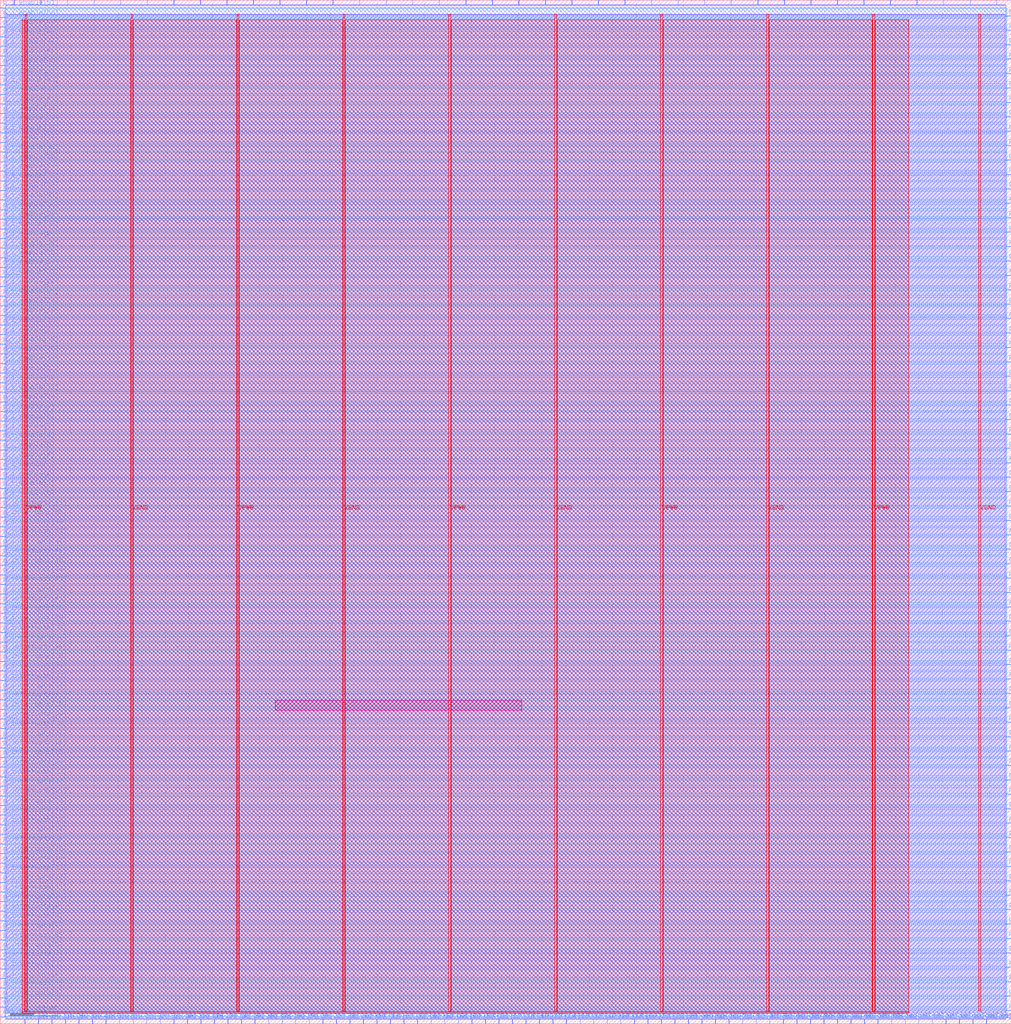
<source format=lef>
VERSION 5.7 ;
  NOWIREEXTENSIONATPIN ON ;
  DIVIDERCHAR "/" ;
  BUSBITCHARS "[]" ;
MACRO peripheral_unit
  CLASS BLOCK ;
  FOREIGN peripheral_unit ;
  ORIGIN 0.000 0.000 ;
  SIZE 858.455 BY 869.175 ;
  PIN VGND
    USE GROUND ;
    PORT
      LAYER met4 ;
        RECT 831.040 10.640 832.640 857.040 ;
    END
    PORT
      LAYER met4 ;
        RECT 651.040 10.640 652.640 857.040 ;
    END
    PORT
      LAYER met4 ;
        RECT 471.040 10.640 472.640 857.040 ;
    END
    PORT
      LAYER met4 ;
        RECT 291.040 10.640 292.640 857.040 ;
    END
    PORT
      LAYER met4 ;
        RECT 111.040 10.640 112.640 857.040 ;
    END
  END VGND
  PIN VPWR
    USE POWER ;
    PORT
      LAYER met4 ;
        RECT 741.040 10.640 742.640 857.040 ;
    END
    PORT
      LAYER met4 ;
        RECT 561.040 10.640 562.640 857.040 ;
    END
    PORT
      LAYER met4 ;
        RECT 381.040 10.640 382.640 857.040 ;
    END
    PORT
      LAYER met4 ;
        RECT 201.040 10.640 202.640 857.040 ;
    END
    PORT
      LAYER met4 ;
        RECT 21.040 10.640 22.640 857.040 ;
    END
  END VPWR
  PIN clk
    PORT
      LAYER met2 ;
        RECT 12.050 865.175 12.330 869.175 ;
    END
  END clk
  PIN io_in[0]
    PORT
      LAYER met2 ;
        RECT 20.790 0.000 21.070 4.000 ;
    END
  END io_in[0]
  PIN io_in[10]
    PORT
      LAYER met2 ;
        RECT 135.790 0.000 136.070 4.000 ;
    END
  END io_in[10]
  PIN io_in[11]
    PORT
      LAYER met2 ;
        RECT 147.290 0.000 147.570 4.000 ;
    END
  END io_in[11]
  PIN io_in[12]
    PORT
      LAYER met2 ;
        RECT 158.790 0.000 159.070 4.000 ;
    END
  END io_in[12]
  PIN io_in[13]
    PORT
      LAYER met2 ;
        RECT 170.290 0.000 170.570 4.000 ;
    END
  END io_in[13]
  PIN io_in[14]
    PORT
      LAYER met2 ;
        RECT 181.790 0.000 182.070 4.000 ;
    END
  END io_in[14]
  PIN io_in[15]
    PORT
      LAYER met2 ;
        RECT 193.290 0.000 193.570 4.000 ;
    END
  END io_in[15]
  PIN io_in[16]
    PORT
      LAYER met2 ;
        RECT 204.790 0.000 205.070 4.000 ;
    END
  END io_in[16]
  PIN io_in[17]
    PORT
      LAYER met2 ;
        RECT 216.290 0.000 216.570 4.000 ;
    END
  END io_in[17]
  PIN io_in[18]
    PORT
      LAYER met2 ;
        RECT 227.790 0.000 228.070 4.000 ;
    END
  END io_in[18]
  PIN io_in[19]
    PORT
      LAYER met2 ;
        RECT 239.290 0.000 239.570 4.000 ;
    END
  END io_in[19]
  PIN io_in[1]
    PORT
      LAYER met2 ;
        RECT 32.290 0.000 32.570 4.000 ;
    END
  END io_in[1]
  PIN io_in[20]
    PORT
      LAYER met2 ;
        RECT 250.790 0.000 251.070 4.000 ;
    END
  END io_in[20]
  PIN io_in[21]
    PORT
      LAYER met2 ;
        RECT 262.290 0.000 262.570 4.000 ;
    END
  END io_in[21]
  PIN io_in[22]
    PORT
      LAYER met2 ;
        RECT 273.790 0.000 274.070 4.000 ;
    END
  END io_in[22]
  PIN io_in[23]
    PORT
      LAYER met2 ;
        RECT 285.290 0.000 285.570 4.000 ;
    END
  END io_in[23]
  PIN io_in[2]
    PORT
      LAYER met2 ;
        RECT 43.790 0.000 44.070 4.000 ;
    END
  END io_in[2]
  PIN io_in[3]
    PORT
      LAYER met2 ;
        RECT 55.290 0.000 55.570 4.000 ;
    END
  END io_in[3]
  PIN io_in[4]
    PORT
      LAYER met2 ;
        RECT 66.790 0.000 67.070 4.000 ;
    END
  END io_in[4]
  PIN io_in[5]
    PORT
      LAYER met2 ;
        RECT 78.290 0.000 78.570 4.000 ;
    END
  END io_in[5]
  PIN io_in[6]
    PORT
      LAYER met2 ;
        RECT 89.790 0.000 90.070 4.000 ;
    END
  END io_in[6]
  PIN io_in[7]
    PORT
      LAYER met2 ;
        RECT 101.290 0.000 101.570 4.000 ;
    END
  END io_in[7]
  PIN io_in[8]
    PORT
      LAYER met2 ;
        RECT 112.790 0.000 113.070 4.000 ;
    END
  END io_in[8]
  PIN io_in[9]
    PORT
      LAYER met2 ;
        RECT 124.290 0.000 124.570 4.000 ;
    END
  END io_in[9]
  PIN io_oeb_no[0]
    PORT
      LAYER met2 ;
        RECT 572.790 0.000 573.070 4.000 ;
    END
  END io_oeb_no[0]
  PIN io_oeb_no[10]
    PORT
      LAYER met2 ;
        RECT 687.790 0.000 688.070 4.000 ;
    END
  END io_oeb_no[10]
  PIN io_oeb_no[11]
    PORT
      LAYER met2 ;
        RECT 699.290 0.000 699.570 4.000 ;
    END
  END io_oeb_no[11]
  PIN io_oeb_no[12]
    PORT
      LAYER met2 ;
        RECT 710.790 0.000 711.070 4.000 ;
    END
  END io_oeb_no[12]
  PIN io_oeb_no[13]
    PORT
      LAYER met2 ;
        RECT 722.290 0.000 722.570 4.000 ;
    END
  END io_oeb_no[13]
  PIN io_oeb_no[14]
    PORT
      LAYER met2 ;
        RECT 733.790 0.000 734.070 4.000 ;
    END
  END io_oeb_no[14]
  PIN io_oeb_no[15]
    PORT
      LAYER met2 ;
        RECT 745.290 0.000 745.570 4.000 ;
    END
  END io_oeb_no[15]
  PIN io_oeb_no[16]
    PORT
      LAYER met2 ;
        RECT 756.790 0.000 757.070 4.000 ;
    END
  END io_oeb_no[16]
  PIN io_oeb_no[17]
    PORT
      LAYER met2 ;
        RECT 768.290 0.000 768.570 4.000 ;
    END
  END io_oeb_no[17]
  PIN io_oeb_no[18]
    PORT
      LAYER met2 ;
        RECT 779.790 0.000 780.070 4.000 ;
    END
  END io_oeb_no[18]
  PIN io_oeb_no[19]
    PORT
      LAYER met2 ;
        RECT 791.290 0.000 791.570 4.000 ;
    END
  END io_oeb_no[19]
  PIN io_oeb_no[1]
    PORT
      LAYER met2 ;
        RECT 584.290 0.000 584.570 4.000 ;
    END
  END io_oeb_no[1]
  PIN io_oeb_no[20]
    PORT
      LAYER met2 ;
        RECT 802.790 0.000 803.070 4.000 ;
    END
  END io_oeb_no[20]
  PIN io_oeb_no[21]
    PORT
      LAYER met2 ;
        RECT 814.290 0.000 814.570 4.000 ;
    END
  END io_oeb_no[21]
  PIN io_oeb_no[22]
    PORT
      LAYER met2 ;
        RECT 825.790 0.000 826.070 4.000 ;
    END
  END io_oeb_no[22]
  PIN io_oeb_no[23]
    PORT
      LAYER met2 ;
        RECT 837.290 0.000 837.570 4.000 ;
    END
  END io_oeb_no[23]
  PIN io_oeb_no[2]
    PORT
      LAYER met2 ;
        RECT 595.790 0.000 596.070 4.000 ;
    END
  END io_oeb_no[2]
  PIN io_oeb_no[3]
    PORT
      LAYER met2 ;
        RECT 607.290 0.000 607.570 4.000 ;
    END
  END io_oeb_no[3]
  PIN io_oeb_no[4]
    PORT
      LAYER met2 ;
        RECT 618.790 0.000 619.070 4.000 ;
    END
  END io_oeb_no[4]
  PIN io_oeb_no[5]
    PORT
      LAYER met2 ;
        RECT 630.290 0.000 630.570 4.000 ;
    END
  END io_oeb_no[5]
  PIN io_oeb_no[6]
    PORT
      LAYER met2 ;
        RECT 641.790 0.000 642.070 4.000 ;
    END
  END io_oeb_no[6]
  PIN io_oeb_no[7]
    PORT
      LAYER met2 ;
        RECT 653.290 0.000 653.570 4.000 ;
    END
  END io_oeb_no[7]
  PIN io_oeb_no[8]
    PORT
      LAYER met2 ;
        RECT 664.790 0.000 665.070 4.000 ;
    END
  END io_oeb_no[8]
  PIN io_oeb_no[9]
    PORT
      LAYER met2 ;
        RECT 676.290 0.000 676.570 4.000 ;
    END
  END io_oeb_no[9]
  PIN io_out[0]
    PORT
      LAYER met2 ;
        RECT 296.790 0.000 297.070 4.000 ;
    END
  END io_out[0]
  PIN io_out[10]
    PORT
      LAYER met2 ;
        RECT 411.790 0.000 412.070 4.000 ;
    END
  END io_out[10]
  PIN io_out[11]
    PORT
      LAYER met2 ;
        RECT 423.290 0.000 423.570 4.000 ;
    END
  END io_out[11]
  PIN io_out[12]
    PORT
      LAYER met2 ;
        RECT 434.790 0.000 435.070 4.000 ;
    END
  END io_out[12]
  PIN io_out[13]
    PORT
      LAYER met2 ;
        RECT 446.290 0.000 446.570 4.000 ;
    END
  END io_out[13]
  PIN io_out[14]
    PORT
      LAYER met2 ;
        RECT 457.790 0.000 458.070 4.000 ;
    END
  END io_out[14]
  PIN io_out[15]
    PORT
      LAYER met2 ;
        RECT 469.290 0.000 469.570 4.000 ;
    END
  END io_out[15]
  PIN io_out[16]
    PORT
      LAYER met2 ;
        RECT 480.790 0.000 481.070 4.000 ;
    END
  END io_out[16]
  PIN io_out[17]
    PORT
      LAYER met2 ;
        RECT 492.290 0.000 492.570 4.000 ;
    END
  END io_out[17]
  PIN io_out[18]
    PORT
      LAYER met2 ;
        RECT 503.790 0.000 504.070 4.000 ;
    END
  END io_out[18]
  PIN io_out[19]
    PORT
      LAYER met2 ;
        RECT 515.290 0.000 515.570 4.000 ;
    END
  END io_out[19]
  PIN io_out[1]
    PORT
      LAYER met2 ;
        RECT 308.290 0.000 308.570 4.000 ;
    END
  END io_out[1]
  PIN io_out[20]
    PORT
      LAYER met2 ;
        RECT 526.790 0.000 527.070 4.000 ;
    END
  END io_out[20]
  PIN io_out[21]
    PORT
      LAYER met2 ;
        RECT 538.290 0.000 538.570 4.000 ;
    END
  END io_out[21]
  PIN io_out[22]
    PORT
      LAYER met2 ;
        RECT 549.790 0.000 550.070 4.000 ;
    END
  END io_out[22]
  PIN io_out[23]
    PORT
      LAYER met2 ;
        RECT 561.290 0.000 561.570 4.000 ;
    END
  END io_out[23]
  PIN io_out[2]
    PORT
      LAYER met2 ;
        RECT 319.790 0.000 320.070 4.000 ;
    END
  END io_out[2]
  PIN io_out[3]
    PORT
      LAYER met2 ;
        RECT 331.290 0.000 331.570 4.000 ;
    END
  END io_out[3]
  PIN io_out[4]
    PORT
      LAYER met2 ;
        RECT 342.790 0.000 343.070 4.000 ;
    END
  END io_out[4]
  PIN io_out[5]
    PORT
      LAYER met2 ;
        RECT 354.290 0.000 354.570 4.000 ;
    END
  END io_out[5]
  PIN io_out[6]
    PORT
      LAYER met2 ;
        RECT 365.790 0.000 366.070 4.000 ;
    END
  END io_out[6]
  PIN io_out[7]
    PORT
      LAYER met2 ;
        RECT 377.290 0.000 377.570 4.000 ;
    END
  END io_out[7]
  PIN io_out[8]
    PORT
      LAYER met2 ;
        RECT 388.790 0.000 389.070 4.000 ;
    END
  END io_out[8]
  PIN io_out[9]
    PORT
      LAYER met2 ;
        RECT 400.290 0.000 400.570 4.000 ;
    END
  END io_out[9]
  PIN me_i_en
    PORT
      LAYER met3 ;
        RECT 0.000 13.640 4.000 14.240 ;
    END
  END me_i_en
  PIN mem_access_err
    PORT
      LAYER met2 ;
        RECT 57.130 865.175 57.410 869.175 ;
    END
  END mem_access_err
  PIN mem_err_int
    PORT
      LAYER met3 ;
        RECT 0.000 5.480 4.000 6.080 ;
    END
  END mem_err_int
  PIN p_i_enable[0]
    PORT
      LAYER met3 ;
        RECT 0.000 446.120 4.000 446.720 ;
    END
  END p_i_enable[0]
  PIN p_i_enable[10]
    PORT
      LAYER met3 ;
        RECT 0.000 527.720 4.000 528.320 ;
    END
  END p_i_enable[10]
  PIN p_i_enable[11]
    PORT
      LAYER met3 ;
        RECT 0.000 535.880 4.000 536.480 ;
    END
  END p_i_enable[11]
  PIN p_i_enable[12]
    PORT
      LAYER met3 ;
        RECT 0.000 544.040 4.000 544.640 ;
    END
  END p_i_enable[12]
  PIN p_i_enable[13]
    PORT
      LAYER met3 ;
        RECT 0.000 552.200 4.000 552.800 ;
    END
  END p_i_enable[13]
  PIN p_i_enable[14]
    PORT
      LAYER met3 ;
        RECT 0.000 560.360 4.000 560.960 ;
    END
  END p_i_enable[14]
  PIN p_i_enable[15]
    PORT
      LAYER met3 ;
        RECT 0.000 568.520 4.000 569.120 ;
    END
  END p_i_enable[15]
  PIN p_i_enable[16]
    PORT
      LAYER met3 ;
        RECT 0.000 576.680 4.000 577.280 ;
    END
  END p_i_enable[16]
  PIN p_i_enable[17]
    PORT
      LAYER met3 ;
        RECT 0.000 584.840 4.000 585.440 ;
    END
  END p_i_enable[17]
  PIN p_i_enable[18]
    PORT
      LAYER met3 ;
        RECT 0.000 593.000 4.000 593.600 ;
    END
  END p_i_enable[18]
  PIN p_i_enable[19]
    PORT
      LAYER met3 ;
        RECT 0.000 601.160 4.000 601.760 ;
    END
  END p_i_enable[19]
  PIN p_i_enable[1]
    PORT
      LAYER met3 ;
        RECT 0.000 454.280 4.000 454.880 ;
    END
  END p_i_enable[1]
  PIN p_i_enable[20]
    PORT
      LAYER met3 ;
        RECT 0.000 609.320 4.000 609.920 ;
    END
  END p_i_enable[20]
  PIN p_i_enable[21]
    PORT
      LAYER met3 ;
        RECT 0.000 617.480 4.000 618.080 ;
    END
  END p_i_enable[21]
  PIN p_i_enable[22]
    PORT
      LAYER met3 ;
        RECT 0.000 625.640 4.000 626.240 ;
    END
  END p_i_enable[22]
  PIN p_i_enable[23]
    PORT
      LAYER met3 ;
        RECT 0.000 633.800 4.000 634.400 ;
    END
  END p_i_enable[23]
  PIN p_i_enable[24]
    PORT
      LAYER met3 ;
        RECT 0.000 641.960 4.000 642.560 ;
    END
  END p_i_enable[24]
  PIN p_i_enable[25]
    PORT
      LAYER met3 ;
        RECT 0.000 650.120 4.000 650.720 ;
    END
  END p_i_enable[25]
  PIN p_i_enable[26]
    PORT
      LAYER met3 ;
        RECT 0.000 658.280 4.000 658.880 ;
    END
  END p_i_enable[26]
  PIN p_i_enable[27]
    PORT
      LAYER met3 ;
        RECT 0.000 666.440 4.000 667.040 ;
    END
  END p_i_enable[27]
  PIN p_i_enable[28]
    PORT
      LAYER met3 ;
        RECT 0.000 674.600 4.000 675.200 ;
    END
  END p_i_enable[28]
  PIN p_i_enable[29]
    PORT
      LAYER met3 ;
        RECT 0.000 682.760 4.000 683.360 ;
    END
  END p_i_enable[29]
  PIN p_i_enable[2]
    PORT
      LAYER met3 ;
        RECT 0.000 462.440 4.000 463.040 ;
    END
  END p_i_enable[2]
  PIN p_i_enable[30]
    PORT
      LAYER met3 ;
        RECT 0.000 690.920 4.000 691.520 ;
    END
  END p_i_enable[30]
  PIN p_i_enable[31]
    PORT
      LAYER met3 ;
        RECT 0.000 699.080 4.000 699.680 ;
    END
  END p_i_enable[31]
  PIN p_i_enable[32]
    PORT
      LAYER met3 ;
        RECT 0.000 707.240 4.000 707.840 ;
    END
  END p_i_enable[32]
  PIN p_i_enable[33]
    PORT
      LAYER met3 ;
        RECT 0.000 715.400 4.000 716.000 ;
    END
  END p_i_enable[33]
  PIN p_i_enable[34]
    PORT
      LAYER met3 ;
        RECT 0.000 723.560 4.000 724.160 ;
    END
  END p_i_enable[34]
  PIN p_i_enable[35]
    PORT
      LAYER met3 ;
        RECT 0.000 731.720 4.000 732.320 ;
    END
  END p_i_enable[35]
  PIN p_i_enable[36]
    PORT
      LAYER met3 ;
        RECT 0.000 739.880 4.000 740.480 ;
    END
  END p_i_enable[36]
  PIN p_i_enable[37]
    PORT
      LAYER met3 ;
        RECT 0.000 748.040 4.000 748.640 ;
    END
  END p_i_enable[37]
  PIN p_i_enable[38]
    PORT
      LAYER met3 ;
        RECT 0.000 756.200 4.000 756.800 ;
    END
  END p_i_enable[38]
  PIN p_i_enable[39]
    PORT
      LAYER met3 ;
        RECT 0.000 764.360 4.000 764.960 ;
    END
  END p_i_enable[39]
  PIN p_i_enable[3]
    PORT
      LAYER met3 ;
        RECT 0.000 470.600 4.000 471.200 ;
    END
  END p_i_enable[3]
  PIN p_i_enable[40]
    PORT
      LAYER met3 ;
        RECT 0.000 772.520 4.000 773.120 ;
    END
  END p_i_enable[40]
  PIN p_i_enable[41]
    PORT
      LAYER met3 ;
        RECT 0.000 780.680 4.000 781.280 ;
    END
  END p_i_enable[41]
  PIN p_i_enable[42]
    PORT
      LAYER met3 ;
        RECT 0.000 788.840 4.000 789.440 ;
    END
  END p_i_enable[42]
  PIN p_i_enable[43]
    PORT
      LAYER met3 ;
        RECT 0.000 797.000 4.000 797.600 ;
    END
  END p_i_enable[43]
  PIN p_i_enable[44]
    PORT
      LAYER met3 ;
        RECT 0.000 805.160 4.000 805.760 ;
    END
  END p_i_enable[44]
  PIN p_i_enable[45]
    PORT
      LAYER met3 ;
        RECT 0.000 813.320 4.000 813.920 ;
    END
  END p_i_enable[45]
  PIN p_i_enable[46]
    PORT
      LAYER met3 ;
        RECT 0.000 821.480 4.000 822.080 ;
    END
  END p_i_enable[46]
  PIN p_i_enable[47]
    PORT
      LAYER met3 ;
        RECT 0.000 829.640 4.000 830.240 ;
    END
  END p_i_enable[47]
  PIN p_i_enable[48]
    PORT
      LAYER met3 ;
        RECT 0.000 837.800 4.000 838.400 ;
    END
  END p_i_enable[48]
  PIN p_i_enable[49]
    PORT
      LAYER met3 ;
        RECT 0.000 845.960 4.000 846.560 ;
    END
  END p_i_enable[49]
  PIN p_i_enable[4]
    PORT
      LAYER met3 ;
        RECT 0.000 478.760 4.000 479.360 ;
    END
  END p_i_enable[4]
  PIN p_i_enable[50]
    PORT
      LAYER met3 ;
        RECT 0.000 854.120 4.000 854.720 ;
    END
  END p_i_enable[50]
  PIN p_i_enable[51]
    PORT
      LAYER met3 ;
        RECT 0.000 862.280 4.000 862.880 ;
    END
  END p_i_enable[51]
  PIN p_i_enable[5]
    PORT
      LAYER met3 ;
        RECT 0.000 486.920 4.000 487.520 ;
    END
  END p_i_enable[5]
  PIN p_i_enable[6]
    PORT
      LAYER met3 ;
        RECT 0.000 495.080 4.000 495.680 ;
    END
  END p_i_enable[6]
  PIN p_i_enable[7]
    PORT
      LAYER met3 ;
        RECT 0.000 503.240 4.000 503.840 ;
    END
  END p_i_enable[7]
  PIN p_i_enable[8]
    PORT
      LAYER met3 ;
        RECT 0.000 511.400 4.000 512.000 ;
    END
  END p_i_enable[8]
  PIN p_i_enable[9]
    PORT
      LAYER met3 ;
        RECT 0.000 519.560 4.000 520.160 ;
    END
  END p_i_enable[9]
  PIN p_interrupts[0]
    PORT
      LAYER met3 ;
        RECT 0.000 21.800 4.000 22.400 ;
    END
  END p_interrupts[0]
  PIN p_interrupts[10]
    PORT
      LAYER met3 ;
        RECT 0.000 103.400 4.000 104.000 ;
    END
  END p_interrupts[10]
  PIN p_interrupts[11]
    PORT
      LAYER met3 ;
        RECT 0.000 111.560 4.000 112.160 ;
    END
  END p_interrupts[11]
  PIN p_interrupts[12]
    PORT
      LAYER met3 ;
        RECT 0.000 119.720 4.000 120.320 ;
    END
  END p_interrupts[12]
  PIN p_interrupts[13]
    PORT
      LAYER met3 ;
        RECT 0.000 127.880 4.000 128.480 ;
    END
  END p_interrupts[13]
  PIN p_interrupts[14]
    PORT
      LAYER met3 ;
        RECT 0.000 136.040 4.000 136.640 ;
    END
  END p_interrupts[14]
  PIN p_interrupts[15]
    PORT
      LAYER met3 ;
        RECT 0.000 144.200 4.000 144.800 ;
    END
  END p_interrupts[15]
  PIN p_interrupts[16]
    PORT
      LAYER met3 ;
        RECT 0.000 152.360 4.000 152.960 ;
    END
  END p_interrupts[16]
  PIN p_interrupts[17]
    PORT
      LAYER met3 ;
        RECT 0.000 160.520 4.000 161.120 ;
    END
  END p_interrupts[17]
  PIN p_interrupts[18]
    PORT
      LAYER met3 ;
        RECT 0.000 168.680 4.000 169.280 ;
    END
  END p_interrupts[18]
  PIN p_interrupts[19]
    PORT
      LAYER met3 ;
        RECT 0.000 176.840 4.000 177.440 ;
    END
  END p_interrupts[19]
  PIN p_interrupts[1]
    PORT
      LAYER met3 ;
        RECT 0.000 29.960 4.000 30.560 ;
    END
  END p_interrupts[1]
  PIN p_interrupts[20]
    PORT
      LAYER met3 ;
        RECT 0.000 185.000 4.000 185.600 ;
    END
  END p_interrupts[20]
  PIN p_interrupts[21]
    PORT
      LAYER met3 ;
        RECT 0.000 193.160 4.000 193.760 ;
    END
  END p_interrupts[21]
  PIN p_interrupts[22]
    PORT
      LAYER met3 ;
        RECT 0.000 201.320 4.000 201.920 ;
    END
  END p_interrupts[22]
  PIN p_interrupts[23]
    PORT
      LAYER met3 ;
        RECT 0.000 209.480 4.000 210.080 ;
    END
  END p_interrupts[23]
  PIN p_interrupts[24]
    PORT
      LAYER met3 ;
        RECT 0.000 217.640 4.000 218.240 ;
    END
  END p_interrupts[24]
  PIN p_interrupts[25]
    PORT
      LAYER met3 ;
        RECT 0.000 225.800 4.000 226.400 ;
    END
  END p_interrupts[25]
  PIN p_interrupts[26]
    PORT
      LAYER met3 ;
        RECT 0.000 233.960 4.000 234.560 ;
    END
  END p_interrupts[26]
  PIN p_interrupts[27]
    PORT
      LAYER met3 ;
        RECT 0.000 242.120 4.000 242.720 ;
    END
  END p_interrupts[27]
  PIN p_interrupts[28]
    PORT
      LAYER met3 ;
        RECT 0.000 250.280 4.000 250.880 ;
    END
  END p_interrupts[28]
  PIN p_interrupts[29]
    PORT
      LAYER met3 ;
        RECT 0.000 258.440 4.000 259.040 ;
    END
  END p_interrupts[29]
  PIN p_interrupts[2]
    PORT
      LAYER met3 ;
        RECT 0.000 38.120 4.000 38.720 ;
    END
  END p_interrupts[2]
  PIN p_interrupts[30]
    PORT
      LAYER met3 ;
        RECT 0.000 266.600 4.000 267.200 ;
    END
  END p_interrupts[30]
  PIN p_interrupts[31]
    PORT
      LAYER met3 ;
        RECT 0.000 274.760 4.000 275.360 ;
    END
  END p_interrupts[31]
  PIN p_interrupts[32]
    PORT
      LAYER met3 ;
        RECT 0.000 282.920 4.000 283.520 ;
    END
  END p_interrupts[32]
  PIN p_interrupts[33]
    PORT
      LAYER met3 ;
        RECT 0.000 291.080 4.000 291.680 ;
    END
  END p_interrupts[33]
  PIN p_interrupts[34]
    PORT
      LAYER met3 ;
        RECT 0.000 299.240 4.000 299.840 ;
    END
  END p_interrupts[34]
  PIN p_interrupts[35]
    PORT
      LAYER met3 ;
        RECT 0.000 307.400 4.000 308.000 ;
    END
  END p_interrupts[35]
  PIN p_interrupts[36]
    PORT
      LAYER met3 ;
        RECT 0.000 315.560 4.000 316.160 ;
    END
  END p_interrupts[36]
  PIN p_interrupts[37]
    PORT
      LAYER met3 ;
        RECT 0.000 323.720 4.000 324.320 ;
    END
  END p_interrupts[37]
  PIN p_interrupts[38]
    PORT
      LAYER met3 ;
        RECT 0.000 331.880 4.000 332.480 ;
    END
  END p_interrupts[38]
  PIN p_interrupts[39]
    PORT
      LAYER met3 ;
        RECT 0.000 340.040 4.000 340.640 ;
    END
  END p_interrupts[39]
  PIN p_interrupts[3]
    PORT
      LAYER met3 ;
        RECT 0.000 46.280 4.000 46.880 ;
    END
  END p_interrupts[3]
  PIN p_interrupts[40]
    PORT
      LAYER met3 ;
        RECT 0.000 348.200 4.000 348.800 ;
    END
  END p_interrupts[40]
  PIN p_interrupts[41]
    PORT
      LAYER met3 ;
        RECT 0.000 356.360 4.000 356.960 ;
    END
  END p_interrupts[41]
  PIN p_interrupts[42]
    PORT
      LAYER met3 ;
        RECT 0.000 364.520 4.000 365.120 ;
    END
  END p_interrupts[42]
  PIN p_interrupts[43]
    PORT
      LAYER met3 ;
        RECT 0.000 372.680 4.000 373.280 ;
    END
  END p_interrupts[43]
  PIN p_interrupts[44]
    PORT
      LAYER met3 ;
        RECT 0.000 380.840 4.000 381.440 ;
    END
  END p_interrupts[44]
  PIN p_interrupts[45]
    PORT
      LAYER met3 ;
        RECT 0.000 389.000 4.000 389.600 ;
    END
  END p_interrupts[45]
  PIN p_interrupts[46]
    PORT
      LAYER met3 ;
        RECT 0.000 397.160 4.000 397.760 ;
    END
  END p_interrupts[46]
  PIN p_interrupts[47]
    PORT
      LAYER met3 ;
        RECT 0.000 405.320 4.000 405.920 ;
    END
  END p_interrupts[47]
  PIN p_interrupts[48]
    PORT
      LAYER met3 ;
        RECT 0.000 413.480 4.000 414.080 ;
    END
  END p_interrupts[48]
  PIN p_interrupts[49]
    PORT
      LAYER met3 ;
        RECT 0.000 421.640 4.000 422.240 ;
    END
  END p_interrupts[49]
  PIN p_interrupts[4]
    PORT
      LAYER met3 ;
        RECT 0.000 54.440 4.000 55.040 ;
    END
  END p_interrupts[4]
  PIN p_interrupts[50]
    PORT
      LAYER met3 ;
        RECT 0.000 429.800 4.000 430.400 ;
    END
  END p_interrupts[50]
  PIN p_interrupts[51]
    PORT
      LAYER met3 ;
        RECT 0.000 437.960 4.000 438.560 ;
    END
  END p_interrupts[51]
  PIN p_interrupts[5]
    PORT
      LAYER met3 ;
        RECT 0.000 62.600 4.000 63.200 ;
    END
  END p_interrupts[5]
  PIN p_interrupts[6]
    PORT
      LAYER met3 ;
        RECT 0.000 70.760 4.000 71.360 ;
    END
  END p_interrupts[6]
  PIN p_interrupts[7]
    PORT
      LAYER met3 ;
        RECT 0.000 78.920 4.000 79.520 ;
    END
  END p_interrupts[7]
  PIN p_interrupts[8]
    PORT
      LAYER met3 ;
        RECT 0.000 87.080 4.000 87.680 ;
    END
  END p_interrupts[8]
  PIN p_interrupts[9]
    PORT
      LAYER met3 ;
        RECT 0.000 95.240 4.000 95.840 ;
    END
  END p_interrupts[9]
  PIN peripheral_addr[0]
    PORT
      LAYER met3 ;
        RECT 854.455 35.400 858.455 36.000 ;
    END
  END peripheral_addr[0]
  PIN peripheral_addr[10]
    PORT
      LAYER met3 ;
        RECT 854.455 157.800 858.455 158.400 ;
    END
  END peripheral_addr[10]
  PIN peripheral_addr[11]
    PORT
      LAYER met3 ;
        RECT 854.455 170.040 858.455 170.640 ;
    END
  END peripheral_addr[11]
  PIN peripheral_addr[12]
    PORT
      LAYER met3 ;
        RECT 854.455 182.280 858.455 182.880 ;
    END
  END peripheral_addr[12]
  PIN peripheral_addr[13]
    PORT
      LAYER met3 ;
        RECT 854.455 194.520 858.455 195.120 ;
    END
  END peripheral_addr[13]
  PIN peripheral_addr[14]
    PORT
      LAYER met3 ;
        RECT 854.455 206.760 858.455 207.360 ;
    END
  END peripheral_addr[14]
  PIN peripheral_addr[15]
    PORT
      LAYER met3 ;
        RECT 854.455 219.000 858.455 219.600 ;
    END
  END peripheral_addr[15]
  PIN peripheral_addr[16]
    PORT
      LAYER met3 ;
        RECT 854.455 231.240 858.455 231.840 ;
    END
  END peripheral_addr[16]
  PIN peripheral_addr[17]
    PORT
      LAYER met3 ;
        RECT 854.455 243.480 858.455 244.080 ;
    END
  END peripheral_addr[17]
  PIN peripheral_addr[18]
    PORT
      LAYER met3 ;
        RECT 854.455 255.720 858.455 256.320 ;
    END
  END peripheral_addr[18]
  PIN peripheral_addr[19]
    PORT
      LAYER met3 ;
        RECT 854.455 267.960 858.455 268.560 ;
    END
  END peripheral_addr[19]
  PIN peripheral_addr[1]
    PORT
      LAYER met3 ;
        RECT 854.455 47.640 858.455 48.240 ;
    END
  END peripheral_addr[1]
  PIN peripheral_addr[20]
    PORT
      LAYER met3 ;
        RECT 854.455 280.200 858.455 280.800 ;
    END
  END peripheral_addr[20]
  PIN peripheral_addr[21]
    PORT
      LAYER met3 ;
        RECT 854.455 292.440 858.455 293.040 ;
    END
  END peripheral_addr[21]
  PIN peripheral_addr[22]
    PORT
      LAYER met3 ;
        RECT 854.455 304.680 858.455 305.280 ;
    END
  END peripheral_addr[22]
  PIN peripheral_addr[23]
    PORT
      LAYER met3 ;
        RECT 854.455 316.920 858.455 317.520 ;
    END
  END peripheral_addr[23]
  PIN peripheral_addr[24]
    PORT
      LAYER met3 ;
        RECT 854.455 329.160 858.455 329.760 ;
    END
  END peripheral_addr[24]
  PIN peripheral_addr[25]
    PORT
      LAYER met3 ;
        RECT 854.455 341.400 858.455 342.000 ;
    END
  END peripheral_addr[25]
  PIN peripheral_addr[26]
    PORT
      LAYER met3 ;
        RECT 854.455 353.640 858.455 354.240 ;
    END
  END peripheral_addr[26]
  PIN peripheral_addr[27]
    PORT
      LAYER met3 ;
        RECT 854.455 365.880 858.455 366.480 ;
    END
  END peripheral_addr[27]
  PIN peripheral_addr[28]
    PORT
      LAYER met3 ;
        RECT 854.455 378.120 858.455 378.720 ;
    END
  END peripheral_addr[28]
  PIN peripheral_addr[29]
    PORT
      LAYER met3 ;
        RECT 854.455 390.360 858.455 390.960 ;
    END
  END peripheral_addr[29]
  PIN peripheral_addr[2]
    PORT
      LAYER met3 ;
        RECT 854.455 59.880 858.455 60.480 ;
    END
  END peripheral_addr[2]
  PIN peripheral_addr[30]
    PORT
      LAYER met3 ;
        RECT 854.455 402.600 858.455 403.200 ;
    END
  END peripheral_addr[30]
  PIN peripheral_addr[31]
    PORT
      LAYER met3 ;
        RECT 854.455 414.840 858.455 415.440 ;
    END
  END peripheral_addr[31]
  PIN peripheral_addr[3]
    PORT
      LAYER met3 ;
        RECT 854.455 72.120 858.455 72.720 ;
    END
  END peripheral_addr[3]
  PIN peripheral_addr[4]
    PORT
      LAYER met3 ;
        RECT 854.455 84.360 858.455 84.960 ;
    END
  END peripheral_addr[4]
  PIN peripheral_addr[5]
    PORT
      LAYER met3 ;
        RECT 854.455 96.600 858.455 97.200 ;
    END
  END peripheral_addr[5]
  PIN peripheral_addr[6]
    PORT
      LAYER met3 ;
        RECT 854.455 108.840 858.455 109.440 ;
    END
  END peripheral_addr[6]
  PIN peripheral_addr[7]
    PORT
      LAYER met3 ;
        RECT 854.455 121.080 858.455 121.680 ;
    END
  END peripheral_addr[7]
  PIN peripheral_addr[8]
    PORT
      LAYER met3 ;
        RECT 854.455 133.320 858.455 133.920 ;
    END
  END peripheral_addr[8]
  PIN peripheral_addr[9]
    PORT
      LAYER met3 ;
        RECT 854.455 145.560 858.455 146.160 ;
    END
  END peripheral_addr[9]
  PIN peripheral_be[0]
    PORT
      LAYER met3 ;
        RECT 854.455 818.760 858.455 819.360 ;
    END
  END peripheral_be[0]
  PIN peripheral_be[1]
    PORT
      LAYER met3 ;
        RECT 854.455 831.000 858.455 831.600 ;
    END
  END peripheral_be[1]
  PIN peripheral_be[2]
    PORT
      LAYER met3 ;
        RECT 854.455 843.240 858.455 843.840 ;
    END
  END peripheral_be[2]
  PIN peripheral_be[3]
    PORT
      LAYER met3 ;
        RECT 854.455 855.480 858.455 856.080 ;
    END
  END peripheral_be[3]
  PIN peripheral_gnt
    PORT
      LAYER met2 ;
        RECT 79.670 865.175 79.950 869.175 ;
    END
  END peripheral_gnt
  PIN peripheral_rdata[0]
    PORT
      LAYER met2 ;
        RECT 124.750 865.175 125.030 869.175 ;
    END
  END peripheral_rdata[0]
  PIN peripheral_rdata[10]
    PORT
      LAYER met2 ;
        RECT 350.150 865.175 350.430 869.175 ;
    END
  END peripheral_rdata[10]
  PIN peripheral_rdata[11]
    PORT
      LAYER met2 ;
        RECT 372.690 865.175 372.970 869.175 ;
    END
  END peripheral_rdata[11]
  PIN peripheral_rdata[12]
    PORT
      LAYER met2 ;
        RECT 395.230 865.175 395.510 869.175 ;
    END
  END peripheral_rdata[12]
  PIN peripheral_rdata[13]
    PORT
      LAYER met2 ;
        RECT 417.770 865.175 418.050 869.175 ;
    END
  END peripheral_rdata[13]
  PIN peripheral_rdata[14]
    PORT
      LAYER met2 ;
        RECT 440.310 865.175 440.590 869.175 ;
    END
  END peripheral_rdata[14]
  PIN peripheral_rdata[15]
    PORT
      LAYER met2 ;
        RECT 462.850 865.175 463.130 869.175 ;
    END
  END peripheral_rdata[15]
  PIN peripheral_rdata[16]
    PORT
      LAYER met2 ;
        RECT 485.390 865.175 485.670 869.175 ;
    END
  END peripheral_rdata[16]
  PIN peripheral_rdata[17]
    PORT
      LAYER met2 ;
        RECT 507.930 865.175 508.210 869.175 ;
    END
  END peripheral_rdata[17]
  PIN peripheral_rdata[18]
    PORT
      LAYER met2 ;
        RECT 530.470 865.175 530.750 869.175 ;
    END
  END peripheral_rdata[18]
  PIN peripheral_rdata[19]
    PORT
      LAYER met2 ;
        RECT 553.010 865.175 553.290 869.175 ;
    END
  END peripheral_rdata[19]
  PIN peripheral_rdata[1]
    PORT
      LAYER met2 ;
        RECT 147.290 865.175 147.570 869.175 ;
    END
  END peripheral_rdata[1]
  PIN peripheral_rdata[20]
    PORT
      LAYER met2 ;
        RECT 575.550 865.175 575.830 869.175 ;
    END
  END peripheral_rdata[20]
  PIN peripheral_rdata[21]
    PORT
      LAYER met2 ;
        RECT 598.090 865.175 598.370 869.175 ;
    END
  END peripheral_rdata[21]
  PIN peripheral_rdata[22]
    PORT
      LAYER met2 ;
        RECT 620.630 865.175 620.910 869.175 ;
    END
  END peripheral_rdata[22]
  PIN peripheral_rdata[23]
    PORT
      LAYER met2 ;
        RECT 643.170 865.175 643.450 869.175 ;
    END
  END peripheral_rdata[23]
  PIN peripheral_rdata[24]
    PORT
      LAYER met2 ;
        RECT 665.710 865.175 665.990 869.175 ;
    END
  END peripheral_rdata[24]
  PIN peripheral_rdata[25]
    PORT
      LAYER met2 ;
        RECT 688.250 865.175 688.530 869.175 ;
    END
  END peripheral_rdata[25]
  PIN peripheral_rdata[26]
    PORT
      LAYER met2 ;
        RECT 710.790 865.175 711.070 869.175 ;
    END
  END peripheral_rdata[26]
  PIN peripheral_rdata[27]
    PORT
      LAYER met2 ;
        RECT 733.330 865.175 733.610 869.175 ;
    END
  END peripheral_rdata[27]
  PIN peripheral_rdata[28]
    PORT
      LAYER met2 ;
        RECT 755.870 865.175 756.150 869.175 ;
    END
  END peripheral_rdata[28]
  PIN peripheral_rdata[29]
    PORT
      LAYER met2 ;
        RECT 778.410 865.175 778.690 869.175 ;
    END
  END peripheral_rdata[29]
  PIN peripheral_rdata[2]
    PORT
      LAYER met2 ;
        RECT 169.830 865.175 170.110 869.175 ;
    END
  END peripheral_rdata[2]
  PIN peripheral_rdata[30]
    PORT
      LAYER met2 ;
        RECT 800.950 865.175 801.230 869.175 ;
    END
  END peripheral_rdata[30]
  PIN peripheral_rdata[31]
    PORT
      LAYER met2 ;
        RECT 823.490 865.175 823.770 869.175 ;
    END
  END peripheral_rdata[31]
  PIN peripheral_rdata[3]
    PORT
      LAYER met2 ;
        RECT 192.370 865.175 192.650 869.175 ;
    END
  END peripheral_rdata[3]
  PIN peripheral_rdata[4]
    PORT
      LAYER met2 ;
        RECT 214.910 865.175 215.190 869.175 ;
    END
  END peripheral_rdata[4]
  PIN peripheral_rdata[5]
    PORT
      LAYER met2 ;
        RECT 237.450 865.175 237.730 869.175 ;
    END
  END peripheral_rdata[5]
  PIN peripheral_rdata[6]
    PORT
      LAYER met2 ;
        RECT 259.990 865.175 260.270 869.175 ;
    END
  END peripheral_rdata[6]
  PIN peripheral_rdata[7]
    PORT
      LAYER met2 ;
        RECT 282.530 865.175 282.810 869.175 ;
    END
  END peripheral_rdata[7]
  PIN peripheral_rdata[8]
    PORT
      LAYER met2 ;
        RECT 305.070 865.175 305.350 869.175 ;
    END
  END peripheral_rdata[8]
  PIN peripheral_rdata[9]
    PORT
      LAYER met2 ;
        RECT 327.610 865.175 327.890 869.175 ;
    END
  END peripheral_rdata[9]
  PIN peripheral_req
    PORT
      LAYER met3 ;
        RECT 854.455 10.920 858.455 11.520 ;
    END
  END peripheral_req
  PIN peripheral_rvalid
    PORT
      LAYER met2 ;
        RECT 102.210 865.175 102.490 869.175 ;
    END
  END peripheral_rvalid
  PIN peripheral_wdata[0]
    PORT
      LAYER met3 ;
        RECT 854.455 427.080 858.455 427.680 ;
    END
  END peripheral_wdata[0]
  PIN peripheral_wdata[10]
    PORT
      LAYER met3 ;
        RECT 854.455 549.480 858.455 550.080 ;
    END
  END peripheral_wdata[10]
  PIN peripheral_wdata[11]
    PORT
      LAYER met3 ;
        RECT 854.455 561.720 858.455 562.320 ;
    END
  END peripheral_wdata[11]
  PIN peripheral_wdata[12]
    PORT
      LAYER met3 ;
        RECT 854.455 573.960 858.455 574.560 ;
    END
  END peripheral_wdata[12]
  PIN peripheral_wdata[13]
    PORT
      LAYER met3 ;
        RECT 854.455 586.200 858.455 586.800 ;
    END
  END peripheral_wdata[13]
  PIN peripheral_wdata[14]
    PORT
      LAYER met3 ;
        RECT 854.455 598.440 858.455 599.040 ;
    END
  END peripheral_wdata[14]
  PIN peripheral_wdata[15]
    PORT
      LAYER met3 ;
        RECT 854.455 610.680 858.455 611.280 ;
    END
  END peripheral_wdata[15]
  PIN peripheral_wdata[16]
    PORT
      LAYER met3 ;
        RECT 854.455 622.920 858.455 623.520 ;
    END
  END peripheral_wdata[16]
  PIN peripheral_wdata[17]
    PORT
      LAYER met3 ;
        RECT 854.455 635.160 858.455 635.760 ;
    END
  END peripheral_wdata[17]
  PIN peripheral_wdata[18]
    PORT
      LAYER met3 ;
        RECT 854.455 647.400 858.455 648.000 ;
    END
  END peripheral_wdata[18]
  PIN peripheral_wdata[19]
    PORT
      LAYER met3 ;
        RECT 854.455 659.640 858.455 660.240 ;
    END
  END peripheral_wdata[19]
  PIN peripheral_wdata[1]
    PORT
      LAYER met3 ;
        RECT 854.455 439.320 858.455 439.920 ;
    END
  END peripheral_wdata[1]
  PIN peripheral_wdata[20]
    PORT
      LAYER met3 ;
        RECT 854.455 671.880 858.455 672.480 ;
    END
  END peripheral_wdata[20]
  PIN peripheral_wdata[21]
    PORT
      LAYER met3 ;
        RECT 854.455 684.120 858.455 684.720 ;
    END
  END peripheral_wdata[21]
  PIN peripheral_wdata[22]
    PORT
      LAYER met3 ;
        RECT 854.455 696.360 858.455 696.960 ;
    END
  END peripheral_wdata[22]
  PIN peripheral_wdata[23]
    PORT
      LAYER met3 ;
        RECT 854.455 708.600 858.455 709.200 ;
    END
  END peripheral_wdata[23]
  PIN peripheral_wdata[24]
    PORT
      LAYER met3 ;
        RECT 854.455 720.840 858.455 721.440 ;
    END
  END peripheral_wdata[24]
  PIN peripheral_wdata[25]
    PORT
      LAYER met3 ;
        RECT 854.455 733.080 858.455 733.680 ;
    END
  END peripheral_wdata[25]
  PIN peripheral_wdata[26]
    PORT
      LAYER met3 ;
        RECT 854.455 745.320 858.455 745.920 ;
    END
  END peripheral_wdata[26]
  PIN peripheral_wdata[27]
    PORT
      LAYER met3 ;
        RECT 854.455 757.560 858.455 758.160 ;
    END
  END peripheral_wdata[27]
  PIN peripheral_wdata[28]
    PORT
      LAYER met3 ;
        RECT 854.455 769.800 858.455 770.400 ;
    END
  END peripheral_wdata[28]
  PIN peripheral_wdata[29]
    PORT
      LAYER met3 ;
        RECT 854.455 782.040 858.455 782.640 ;
    END
  END peripheral_wdata[29]
  PIN peripheral_wdata[2]
    PORT
      LAYER met3 ;
        RECT 854.455 451.560 858.455 452.160 ;
    END
  END peripheral_wdata[2]
  PIN peripheral_wdata[30]
    PORT
      LAYER met3 ;
        RECT 854.455 794.280 858.455 794.880 ;
    END
  END peripheral_wdata[30]
  PIN peripheral_wdata[31]
    PORT
      LAYER met3 ;
        RECT 854.455 806.520 858.455 807.120 ;
    END
  END peripheral_wdata[31]
  PIN peripheral_wdata[3]
    PORT
      LAYER met3 ;
        RECT 854.455 463.800 858.455 464.400 ;
    END
  END peripheral_wdata[3]
  PIN peripheral_wdata[4]
    PORT
      LAYER met3 ;
        RECT 854.455 476.040 858.455 476.640 ;
    END
  END peripheral_wdata[4]
  PIN peripheral_wdata[5]
    PORT
      LAYER met3 ;
        RECT 854.455 488.280 858.455 488.880 ;
    END
  END peripheral_wdata[5]
  PIN peripheral_wdata[6]
    PORT
      LAYER met3 ;
        RECT 854.455 500.520 858.455 501.120 ;
    END
  END peripheral_wdata[6]
  PIN peripheral_wdata[7]
    PORT
      LAYER met3 ;
        RECT 854.455 512.760 858.455 513.360 ;
    END
  END peripheral_wdata[7]
  PIN peripheral_wdata[8]
    PORT
      LAYER met3 ;
        RECT 854.455 525.000 858.455 525.600 ;
    END
  END peripheral_wdata[8]
  PIN peripheral_wdata[9]
    PORT
      LAYER met3 ;
        RECT 854.455 537.240 858.455 537.840 ;
    END
  END peripheral_wdata[9]
  PIN peripheral_we
    PORT
      LAYER met3 ;
        RECT 854.455 23.160 858.455 23.760 ;
    END
  END peripheral_we
  PIN reset_n
    PORT
      LAYER met2 ;
        RECT 34.590 865.175 34.870 869.175 ;
    END
  END reset_n
  PIN timer_intr
    PORT
      LAYER met2 ;
        RECT 846.030 865.175 846.310 869.175 ;
    END
  END timer_intr
  OBS
      LAYER li1 ;
        RECT 5.520 10.795 852.840 856.885 ;
      LAYER met1 ;
        RECT 4.670 9.220 853.690 857.040 ;
      LAYER met2 ;
        RECT 4.690 864.895 11.770 865.175 ;
        RECT 12.610 864.895 34.310 865.175 ;
        RECT 35.150 864.895 56.850 865.175 ;
        RECT 57.690 864.895 79.390 865.175 ;
        RECT 80.230 864.895 101.930 865.175 ;
        RECT 102.770 864.895 124.470 865.175 ;
        RECT 125.310 864.895 147.010 865.175 ;
        RECT 147.850 864.895 169.550 865.175 ;
        RECT 170.390 864.895 192.090 865.175 ;
        RECT 192.930 864.895 214.630 865.175 ;
        RECT 215.470 864.895 237.170 865.175 ;
        RECT 238.010 864.895 259.710 865.175 ;
        RECT 260.550 864.895 282.250 865.175 ;
        RECT 283.090 864.895 304.790 865.175 ;
        RECT 305.630 864.895 327.330 865.175 ;
        RECT 328.170 864.895 349.870 865.175 ;
        RECT 350.710 864.895 372.410 865.175 ;
        RECT 373.250 864.895 394.950 865.175 ;
        RECT 395.790 864.895 417.490 865.175 ;
        RECT 418.330 864.895 440.030 865.175 ;
        RECT 440.870 864.895 462.570 865.175 ;
        RECT 463.410 864.895 485.110 865.175 ;
        RECT 485.950 864.895 507.650 865.175 ;
        RECT 508.490 864.895 530.190 865.175 ;
        RECT 531.030 864.895 552.730 865.175 ;
        RECT 553.570 864.895 575.270 865.175 ;
        RECT 576.110 864.895 597.810 865.175 ;
        RECT 598.650 864.895 620.350 865.175 ;
        RECT 621.190 864.895 642.890 865.175 ;
        RECT 643.730 864.895 665.430 865.175 ;
        RECT 666.270 864.895 687.970 865.175 ;
        RECT 688.810 864.895 710.510 865.175 ;
        RECT 711.350 864.895 733.050 865.175 ;
        RECT 733.890 864.895 755.590 865.175 ;
        RECT 756.430 864.895 778.130 865.175 ;
        RECT 778.970 864.895 800.670 865.175 ;
        RECT 801.510 864.895 823.210 865.175 ;
        RECT 824.050 864.895 845.750 865.175 ;
        RECT 846.590 864.895 853.660 865.175 ;
        RECT 4.690 4.280 853.660 864.895 ;
        RECT 4.690 4.000 20.510 4.280 ;
        RECT 21.350 4.000 32.010 4.280 ;
        RECT 32.850 4.000 43.510 4.280 ;
        RECT 44.350 4.000 55.010 4.280 ;
        RECT 55.850 4.000 66.510 4.280 ;
        RECT 67.350 4.000 78.010 4.280 ;
        RECT 78.850 4.000 89.510 4.280 ;
        RECT 90.350 4.000 101.010 4.280 ;
        RECT 101.850 4.000 112.510 4.280 ;
        RECT 113.350 4.000 124.010 4.280 ;
        RECT 124.850 4.000 135.510 4.280 ;
        RECT 136.350 4.000 147.010 4.280 ;
        RECT 147.850 4.000 158.510 4.280 ;
        RECT 159.350 4.000 170.010 4.280 ;
        RECT 170.850 4.000 181.510 4.280 ;
        RECT 182.350 4.000 193.010 4.280 ;
        RECT 193.850 4.000 204.510 4.280 ;
        RECT 205.350 4.000 216.010 4.280 ;
        RECT 216.850 4.000 227.510 4.280 ;
        RECT 228.350 4.000 239.010 4.280 ;
        RECT 239.850 4.000 250.510 4.280 ;
        RECT 251.350 4.000 262.010 4.280 ;
        RECT 262.850 4.000 273.510 4.280 ;
        RECT 274.350 4.000 285.010 4.280 ;
        RECT 285.850 4.000 296.510 4.280 ;
        RECT 297.350 4.000 308.010 4.280 ;
        RECT 308.850 4.000 319.510 4.280 ;
        RECT 320.350 4.000 331.010 4.280 ;
        RECT 331.850 4.000 342.510 4.280 ;
        RECT 343.350 4.000 354.010 4.280 ;
        RECT 354.850 4.000 365.510 4.280 ;
        RECT 366.350 4.000 377.010 4.280 ;
        RECT 377.850 4.000 388.510 4.280 ;
        RECT 389.350 4.000 400.010 4.280 ;
        RECT 400.850 4.000 411.510 4.280 ;
        RECT 412.350 4.000 423.010 4.280 ;
        RECT 423.850 4.000 434.510 4.280 ;
        RECT 435.350 4.000 446.010 4.280 ;
        RECT 446.850 4.000 457.510 4.280 ;
        RECT 458.350 4.000 469.010 4.280 ;
        RECT 469.850 4.000 480.510 4.280 ;
        RECT 481.350 4.000 492.010 4.280 ;
        RECT 492.850 4.000 503.510 4.280 ;
        RECT 504.350 4.000 515.010 4.280 ;
        RECT 515.850 4.000 526.510 4.280 ;
        RECT 527.350 4.000 538.010 4.280 ;
        RECT 538.850 4.000 549.510 4.280 ;
        RECT 550.350 4.000 561.010 4.280 ;
        RECT 561.850 4.000 572.510 4.280 ;
        RECT 573.350 4.000 584.010 4.280 ;
        RECT 584.850 4.000 595.510 4.280 ;
        RECT 596.350 4.000 607.010 4.280 ;
        RECT 607.850 4.000 618.510 4.280 ;
        RECT 619.350 4.000 630.010 4.280 ;
        RECT 630.850 4.000 641.510 4.280 ;
        RECT 642.350 4.000 653.010 4.280 ;
        RECT 653.850 4.000 664.510 4.280 ;
        RECT 665.350 4.000 676.010 4.280 ;
        RECT 676.850 4.000 687.510 4.280 ;
        RECT 688.350 4.000 699.010 4.280 ;
        RECT 699.850 4.000 710.510 4.280 ;
        RECT 711.350 4.000 722.010 4.280 ;
        RECT 722.850 4.000 733.510 4.280 ;
        RECT 734.350 4.000 745.010 4.280 ;
        RECT 745.850 4.000 756.510 4.280 ;
        RECT 757.350 4.000 768.010 4.280 ;
        RECT 768.850 4.000 779.510 4.280 ;
        RECT 780.350 4.000 791.010 4.280 ;
        RECT 791.850 4.000 802.510 4.280 ;
        RECT 803.350 4.000 814.010 4.280 ;
        RECT 814.850 4.000 825.510 4.280 ;
        RECT 826.350 4.000 837.010 4.280 ;
        RECT 837.850 4.000 853.660 4.280 ;
      LAYER met3 ;
        RECT 4.400 861.880 854.455 862.745 ;
        RECT 4.000 856.480 854.455 861.880 ;
        RECT 4.000 855.120 854.055 856.480 ;
        RECT 4.400 855.080 854.055 855.120 ;
        RECT 4.400 853.720 854.455 855.080 ;
        RECT 4.000 846.960 854.455 853.720 ;
        RECT 4.400 845.560 854.455 846.960 ;
        RECT 4.000 844.240 854.455 845.560 ;
        RECT 4.000 842.840 854.055 844.240 ;
        RECT 4.000 838.800 854.455 842.840 ;
        RECT 4.400 837.400 854.455 838.800 ;
        RECT 4.000 832.000 854.455 837.400 ;
        RECT 4.000 830.640 854.055 832.000 ;
        RECT 4.400 830.600 854.055 830.640 ;
        RECT 4.400 829.240 854.455 830.600 ;
        RECT 4.000 822.480 854.455 829.240 ;
        RECT 4.400 821.080 854.455 822.480 ;
        RECT 4.000 819.760 854.455 821.080 ;
        RECT 4.000 818.360 854.055 819.760 ;
        RECT 4.000 814.320 854.455 818.360 ;
        RECT 4.400 812.920 854.455 814.320 ;
        RECT 4.000 807.520 854.455 812.920 ;
        RECT 4.000 806.160 854.055 807.520 ;
        RECT 4.400 806.120 854.055 806.160 ;
        RECT 4.400 804.760 854.455 806.120 ;
        RECT 4.000 798.000 854.455 804.760 ;
        RECT 4.400 796.600 854.455 798.000 ;
        RECT 4.000 795.280 854.455 796.600 ;
        RECT 4.000 793.880 854.055 795.280 ;
        RECT 4.000 789.840 854.455 793.880 ;
        RECT 4.400 788.440 854.455 789.840 ;
        RECT 4.000 783.040 854.455 788.440 ;
        RECT 4.000 781.680 854.055 783.040 ;
        RECT 4.400 781.640 854.055 781.680 ;
        RECT 4.400 780.280 854.455 781.640 ;
        RECT 4.000 773.520 854.455 780.280 ;
        RECT 4.400 772.120 854.455 773.520 ;
        RECT 4.000 770.800 854.455 772.120 ;
        RECT 4.000 769.400 854.055 770.800 ;
        RECT 4.000 765.360 854.455 769.400 ;
        RECT 4.400 763.960 854.455 765.360 ;
        RECT 4.000 758.560 854.455 763.960 ;
        RECT 4.000 757.200 854.055 758.560 ;
        RECT 4.400 757.160 854.055 757.200 ;
        RECT 4.400 755.800 854.455 757.160 ;
        RECT 4.000 749.040 854.455 755.800 ;
        RECT 4.400 747.640 854.455 749.040 ;
        RECT 4.000 746.320 854.455 747.640 ;
        RECT 4.000 744.920 854.055 746.320 ;
        RECT 4.000 740.880 854.455 744.920 ;
        RECT 4.400 739.480 854.455 740.880 ;
        RECT 4.000 734.080 854.455 739.480 ;
        RECT 4.000 732.720 854.055 734.080 ;
        RECT 4.400 732.680 854.055 732.720 ;
        RECT 4.400 731.320 854.455 732.680 ;
        RECT 4.000 724.560 854.455 731.320 ;
        RECT 4.400 723.160 854.455 724.560 ;
        RECT 4.000 721.840 854.455 723.160 ;
        RECT 4.000 720.440 854.055 721.840 ;
        RECT 4.000 716.400 854.455 720.440 ;
        RECT 4.400 715.000 854.455 716.400 ;
        RECT 4.000 709.600 854.455 715.000 ;
        RECT 4.000 708.240 854.055 709.600 ;
        RECT 4.400 708.200 854.055 708.240 ;
        RECT 4.400 706.840 854.455 708.200 ;
        RECT 4.000 700.080 854.455 706.840 ;
        RECT 4.400 698.680 854.455 700.080 ;
        RECT 4.000 697.360 854.455 698.680 ;
        RECT 4.000 695.960 854.055 697.360 ;
        RECT 4.000 691.920 854.455 695.960 ;
        RECT 4.400 690.520 854.455 691.920 ;
        RECT 4.000 685.120 854.455 690.520 ;
        RECT 4.000 683.760 854.055 685.120 ;
        RECT 4.400 683.720 854.055 683.760 ;
        RECT 4.400 682.360 854.455 683.720 ;
        RECT 4.000 675.600 854.455 682.360 ;
        RECT 4.400 674.200 854.455 675.600 ;
        RECT 4.000 672.880 854.455 674.200 ;
        RECT 4.000 671.480 854.055 672.880 ;
        RECT 4.000 667.440 854.455 671.480 ;
        RECT 4.400 666.040 854.455 667.440 ;
        RECT 4.000 660.640 854.455 666.040 ;
        RECT 4.000 659.280 854.055 660.640 ;
        RECT 4.400 659.240 854.055 659.280 ;
        RECT 4.400 657.880 854.455 659.240 ;
        RECT 4.000 651.120 854.455 657.880 ;
        RECT 4.400 649.720 854.455 651.120 ;
        RECT 4.000 648.400 854.455 649.720 ;
        RECT 4.000 647.000 854.055 648.400 ;
        RECT 4.000 642.960 854.455 647.000 ;
        RECT 4.400 641.560 854.455 642.960 ;
        RECT 4.000 636.160 854.455 641.560 ;
        RECT 4.000 634.800 854.055 636.160 ;
        RECT 4.400 634.760 854.055 634.800 ;
        RECT 4.400 633.400 854.455 634.760 ;
        RECT 4.000 626.640 854.455 633.400 ;
        RECT 4.400 625.240 854.455 626.640 ;
        RECT 4.000 623.920 854.455 625.240 ;
        RECT 4.000 622.520 854.055 623.920 ;
        RECT 4.000 618.480 854.455 622.520 ;
        RECT 4.400 617.080 854.455 618.480 ;
        RECT 4.000 611.680 854.455 617.080 ;
        RECT 4.000 610.320 854.055 611.680 ;
        RECT 4.400 610.280 854.055 610.320 ;
        RECT 4.400 608.920 854.455 610.280 ;
        RECT 4.000 602.160 854.455 608.920 ;
        RECT 4.400 600.760 854.455 602.160 ;
        RECT 4.000 599.440 854.455 600.760 ;
        RECT 4.000 598.040 854.055 599.440 ;
        RECT 4.000 594.000 854.455 598.040 ;
        RECT 4.400 592.600 854.455 594.000 ;
        RECT 4.000 587.200 854.455 592.600 ;
        RECT 4.000 585.840 854.055 587.200 ;
        RECT 4.400 585.800 854.055 585.840 ;
        RECT 4.400 584.440 854.455 585.800 ;
        RECT 4.000 577.680 854.455 584.440 ;
        RECT 4.400 576.280 854.455 577.680 ;
        RECT 4.000 574.960 854.455 576.280 ;
        RECT 4.000 573.560 854.055 574.960 ;
        RECT 4.000 569.520 854.455 573.560 ;
        RECT 4.400 568.120 854.455 569.520 ;
        RECT 4.000 562.720 854.455 568.120 ;
        RECT 4.000 561.360 854.055 562.720 ;
        RECT 4.400 561.320 854.055 561.360 ;
        RECT 4.400 559.960 854.455 561.320 ;
        RECT 4.000 553.200 854.455 559.960 ;
        RECT 4.400 551.800 854.455 553.200 ;
        RECT 4.000 550.480 854.455 551.800 ;
        RECT 4.000 549.080 854.055 550.480 ;
        RECT 4.000 545.040 854.455 549.080 ;
        RECT 4.400 543.640 854.455 545.040 ;
        RECT 4.000 538.240 854.455 543.640 ;
        RECT 4.000 536.880 854.055 538.240 ;
        RECT 4.400 536.840 854.055 536.880 ;
        RECT 4.400 535.480 854.455 536.840 ;
        RECT 4.000 528.720 854.455 535.480 ;
        RECT 4.400 527.320 854.455 528.720 ;
        RECT 4.000 526.000 854.455 527.320 ;
        RECT 4.000 524.600 854.055 526.000 ;
        RECT 4.000 520.560 854.455 524.600 ;
        RECT 4.400 519.160 854.455 520.560 ;
        RECT 4.000 513.760 854.455 519.160 ;
        RECT 4.000 512.400 854.055 513.760 ;
        RECT 4.400 512.360 854.055 512.400 ;
        RECT 4.400 511.000 854.455 512.360 ;
        RECT 4.000 504.240 854.455 511.000 ;
        RECT 4.400 502.840 854.455 504.240 ;
        RECT 4.000 501.520 854.455 502.840 ;
        RECT 4.000 500.120 854.055 501.520 ;
        RECT 4.000 496.080 854.455 500.120 ;
        RECT 4.400 494.680 854.455 496.080 ;
        RECT 4.000 489.280 854.455 494.680 ;
        RECT 4.000 487.920 854.055 489.280 ;
        RECT 4.400 487.880 854.055 487.920 ;
        RECT 4.400 486.520 854.455 487.880 ;
        RECT 4.000 479.760 854.455 486.520 ;
        RECT 4.400 478.360 854.455 479.760 ;
        RECT 4.000 477.040 854.455 478.360 ;
        RECT 4.000 475.640 854.055 477.040 ;
        RECT 4.000 471.600 854.455 475.640 ;
        RECT 4.400 470.200 854.455 471.600 ;
        RECT 4.000 464.800 854.455 470.200 ;
        RECT 4.000 463.440 854.055 464.800 ;
        RECT 4.400 463.400 854.055 463.440 ;
        RECT 4.400 462.040 854.455 463.400 ;
        RECT 4.000 455.280 854.455 462.040 ;
        RECT 4.400 453.880 854.455 455.280 ;
        RECT 4.000 452.560 854.455 453.880 ;
        RECT 4.000 451.160 854.055 452.560 ;
        RECT 4.000 447.120 854.455 451.160 ;
        RECT 4.400 445.720 854.455 447.120 ;
        RECT 4.000 440.320 854.455 445.720 ;
        RECT 4.000 438.960 854.055 440.320 ;
        RECT 4.400 438.920 854.055 438.960 ;
        RECT 4.400 437.560 854.455 438.920 ;
        RECT 4.000 430.800 854.455 437.560 ;
        RECT 4.400 429.400 854.455 430.800 ;
        RECT 4.000 428.080 854.455 429.400 ;
        RECT 4.000 426.680 854.055 428.080 ;
        RECT 4.000 422.640 854.455 426.680 ;
        RECT 4.400 421.240 854.455 422.640 ;
        RECT 4.000 415.840 854.455 421.240 ;
        RECT 4.000 414.480 854.055 415.840 ;
        RECT 4.400 414.440 854.055 414.480 ;
        RECT 4.400 413.080 854.455 414.440 ;
        RECT 4.000 406.320 854.455 413.080 ;
        RECT 4.400 404.920 854.455 406.320 ;
        RECT 4.000 403.600 854.455 404.920 ;
        RECT 4.000 402.200 854.055 403.600 ;
        RECT 4.000 398.160 854.455 402.200 ;
        RECT 4.400 396.760 854.455 398.160 ;
        RECT 4.000 391.360 854.455 396.760 ;
        RECT 4.000 390.000 854.055 391.360 ;
        RECT 4.400 389.960 854.055 390.000 ;
        RECT 4.400 388.600 854.455 389.960 ;
        RECT 4.000 381.840 854.455 388.600 ;
        RECT 4.400 380.440 854.455 381.840 ;
        RECT 4.000 379.120 854.455 380.440 ;
        RECT 4.000 377.720 854.055 379.120 ;
        RECT 4.000 373.680 854.455 377.720 ;
        RECT 4.400 372.280 854.455 373.680 ;
        RECT 4.000 366.880 854.455 372.280 ;
        RECT 4.000 365.520 854.055 366.880 ;
        RECT 4.400 365.480 854.055 365.520 ;
        RECT 4.400 364.120 854.455 365.480 ;
        RECT 4.000 357.360 854.455 364.120 ;
        RECT 4.400 355.960 854.455 357.360 ;
        RECT 4.000 354.640 854.455 355.960 ;
        RECT 4.000 353.240 854.055 354.640 ;
        RECT 4.000 349.200 854.455 353.240 ;
        RECT 4.400 347.800 854.455 349.200 ;
        RECT 4.000 342.400 854.455 347.800 ;
        RECT 4.000 341.040 854.055 342.400 ;
        RECT 4.400 341.000 854.055 341.040 ;
        RECT 4.400 339.640 854.455 341.000 ;
        RECT 4.000 332.880 854.455 339.640 ;
        RECT 4.400 331.480 854.455 332.880 ;
        RECT 4.000 330.160 854.455 331.480 ;
        RECT 4.000 328.760 854.055 330.160 ;
        RECT 4.000 324.720 854.455 328.760 ;
        RECT 4.400 323.320 854.455 324.720 ;
        RECT 4.000 317.920 854.455 323.320 ;
        RECT 4.000 316.560 854.055 317.920 ;
        RECT 4.400 316.520 854.055 316.560 ;
        RECT 4.400 315.160 854.455 316.520 ;
        RECT 4.000 308.400 854.455 315.160 ;
        RECT 4.400 307.000 854.455 308.400 ;
        RECT 4.000 305.680 854.455 307.000 ;
        RECT 4.000 304.280 854.055 305.680 ;
        RECT 4.000 300.240 854.455 304.280 ;
        RECT 4.400 298.840 854.455 300.240 ;
        RECT 4.000 293.440 854.455 298.840 ;
        RECT 4.000 292.080 854.055 293.440 ;
        RECT 4.400 292.040 854.055 292.080 ;
        RECT 4.400 290.680 854.455 292.040 ;
        RECT 4.000 283.920 854.455 290.680 ;
        RECT 4.400 282.520 854.455 283.920 ;
        RECT 4.000 281.200 854.455 282.520 ;
        RECT 4.000 279.800 854.055 281.200 ;
        RECT 4.000 275.760 854.455 279.800 ;
        RECT 4.400 274.360 854.455 275.760 ;
        RECT 4.000 268.960 854.455 274.360 ;
        RECT 4.000 267.600 854.055 268.960 ;
        RECT 4.400 267.560 854.055 267.600 ;
        RECT 4.400 266.200 854.455 267.560 ;
        RECT 4.000 259.440 854.455 266.200 ;
        RECT 4.400 258.040 854.455 259.440 ;
        RECT 4.000 256.720 854.455 258.040 ;
        RECT 4.000 255.320 854.055 256.720 ;
        RECT 4.000 251.280 854.455 255.320 ;
        RECT 4.400 249.880 854.455 251.280 ;
        RECT 4.000 244.480 854.455 249.880 ;
        RECT 4.000 243.120 854.055 244.480 ;
        RECT 4.400 243.080 854.055 243.120 ;
        RECT 4.400 241.720 854.455 243.080 ;
        RECT 4.000 234.960 854.455 241.720 ;
        RECT 4.400 233.560 854.455 234.960 ;
        RECT 4.000 232.240 854.455 233.560 ;
        RECT 4.000 230.840 854.055 232.240 ;
        RECT 4.000 226.800 854.455 230.840 ;
        RECT 4.400 225.400 854.455 226.800 ;
        RECT 4.000 220.000 854.455 225.400 ;
        RECT 4.000 218.640 854.055 220.000 ;
        RECT 4.400 218.600 854.055 218.640 ;
        RECT 4.400 217.240 854.455 218.600 ;
        RECT 4.000 210.480 854.455 217.240 ;
        RECT 4.400 209.080 854.455 210.480 ;
        RECT 4.000 207.760 854.455 209.080 ;
        RECT 4.000 206.360 854.055 207.760 ;
        RECT 4.000 202.320 854.455 206.360 ;
        RECT 4.400 200.920 854.455 202.320 ;
        RECT 4.000 195.520 854.455 200.920 ;
        RECT 4.000 194.160 854.055 195.520 ;
        RECT 4.400 194.120 854.055 194.160 ;
        RECT 4.400 192.760 854.455 194.120 ;
        RECT 4.000 186.000 854.455 192.760 ;
        RECT 4.400 184.600 854.455 186.000 ;
        RECT 4.000 183.280 854.455 184.600 ;
        RECT 4.000 181.880 854.055 183.280 ;
        RECT 4.000 177.840 854.455 181.880 ;
        RECT 4.400 176.440 854.455 177.840 ;
        RECT 4.000 171.040 854.455 176.440 ;
        RECT 4.000 169.680 854.055 171.040 ;
        RECT 4.400 169.640 854.055 169.680 ;
        RECT 4.400 168.280 854.455 169.640 ;
        RECT 4.000 161.520 854.455 168.280 ;
        RECT 4.400 160.120 854.455 161.520 ;
        RECT 4.000 158.800 854.455 160.120 ;
        RECT 4.000 157.400 854.055 158.800 ;
        RECT 4.000 153.360 854.455 157.400 ;
        RECT 4.400 151.960 854.455 153.360 ;
        RECT 4.000 146.560 854.455 151.960 ;
        RECT 4.000 145.200 854.055 146.560 ;
        RECT 4.400 145.160 854.055 145.200 ;
        RECT 4.400 143.800 854.455 145.160 ;
        RECT 4.000 137.040 854.455 143.800 ;
        RECT 4.400 135.640 854.455 137.040 ;
        RECT 4.000 134.320 854.455 135.640 ;
        RECT 4.000 132.920 854.055 134.320 ;
        RECT 4.000 128.880 854.455 132.920 ;
        RECT 4.400 127.480 854.455 128.880 ;
        RECT 4.000 122.080 854.455 127.480 ;
        RECT 4.000 120.720 854.055 122.080 ;
        RECT 4.400 120.680 854.055 120.720 ;
        RECT 4.400 119.320 854.455 120.680 ;
        RECT 4.000 112.560 854.455 119.320 ;
        RECT 4.400 111.160 854.455 112.560 ;
        RECT 4.000 109.840 854.455 111.160 ;
        RECT 4.000 108.440 854.055 109.840 ;
        RECT 4.000 104.400 854.455 108.440 ;
        RECT 4.400 103.000 854.455 104.400 ;
        RECT 4.000 97.600 854.455 103.000 ;
        RECT 4.000 96.240 854.055 97.600 ;
        RECT 4.400 96.200 854.055 96.240 ;
        RECT 4.400 94.840 854.455 96.200 ;
        RECT 4.000 88.080 854.455 94.840 ;
        RECT 4.400 86.680 854.455 88.080 ;
        RECT 4.000 85.360 854.455 86.680 ;
        RECT 4.000 83.960 854.055 85.360 ;
        RECT 4.000 79.920 854.455 83.960 ;
        RECT 4.400 78.520 854.455 79.920 ;
        RECT 4.000 73.120 854.455 78.520 ;
        RECT 4.000 71.760 854.055 73.120 ;
        RECT 4.400 71.720 854.055 71.760 ;
        RECT 4.400 70.360 854.455 71.720 ;
        RECT 4.000 63.600 854.455 70.360 ;
        RECT 4.400 62.200 854.455 63.600 ;
        RECT 4.000 60.880 854.455 62.200 ;
        RECT 4.000 59.480 854.055 60.880 ;
        RECT 4.000 55.440 854.455 59.480 ;
        RECT 4.400 54.040 854.455 55.440 ;
        RECT 4.000 48.640 854.455 54.040 ;
        RECT 4.000 47.280 854.055 48.640 ;
        RECT 4.400 47.240 854.055 47.280 ;
        RECT 4.400 45.880 854.455 47.240 ;
        RECT 4.000 39.120 854.455 45.880 ;
        RECT 4.400 37.720 854.455 39.120 ;
        RECT 4.000 36.400 854.455 37.720 ;
        RECT 4.000 35.000 854.055 36.400 ;
        RECT 4.000 30.960 854.455 35.000 ;
        RECT 4.400 29.560 854.455 30.960 ;
        RECT 4.000 24.160 854.455 29.560 ;
        RECT 4.000 22.800 854.055 24.160 ;
        RECT 4.400 22.760 854.055 22.800 ;
        RECT 4.400 21.400 854.455 22.760 ;
        RECT 4.000 14.640 854.455 21.400 ;
        RECT 4.400 13.240 854.455 14.640 ;
        RECT 4.000 11.920 854.455 13.240 ;
        RECT 4.000 10.520 854.055 11.920 ;
        RECT 4.000 6.480 854.455 10.520 ;
        RECT 4.400 5.615 854.455 6.480 ;
      LAYER met4 ;
        RECT 18.695 10.240 20.640 852.545 ;
        RECT 23.040 10.240 110.640 852.545 ;
        RECT 113.040 10.240 200.640 852.545 ;
        RECT 203.040 10.240 290.640 852.545 ;
        RECT 293.040 10.240 380.640 852.545 ;
        RECT 383.040 10.240 470.640 852.545 ;
        RECT 473.040 10.240 560.640 852.545 ;
        RECT 563.040 10.240 650.640 852.545 ;
        RECT 653.040 10.240 740.640 852.545 ;
        RECT 743.040 10.240 771.585 852.545 ;
        RECT 18.695 9.015 771.585 10.240 ;
      LAYER met5 ;
        RECT 233.340 266.100 442.860 274.500 ;
  END
END peripheral_unit
END LIBRARY


</source>
